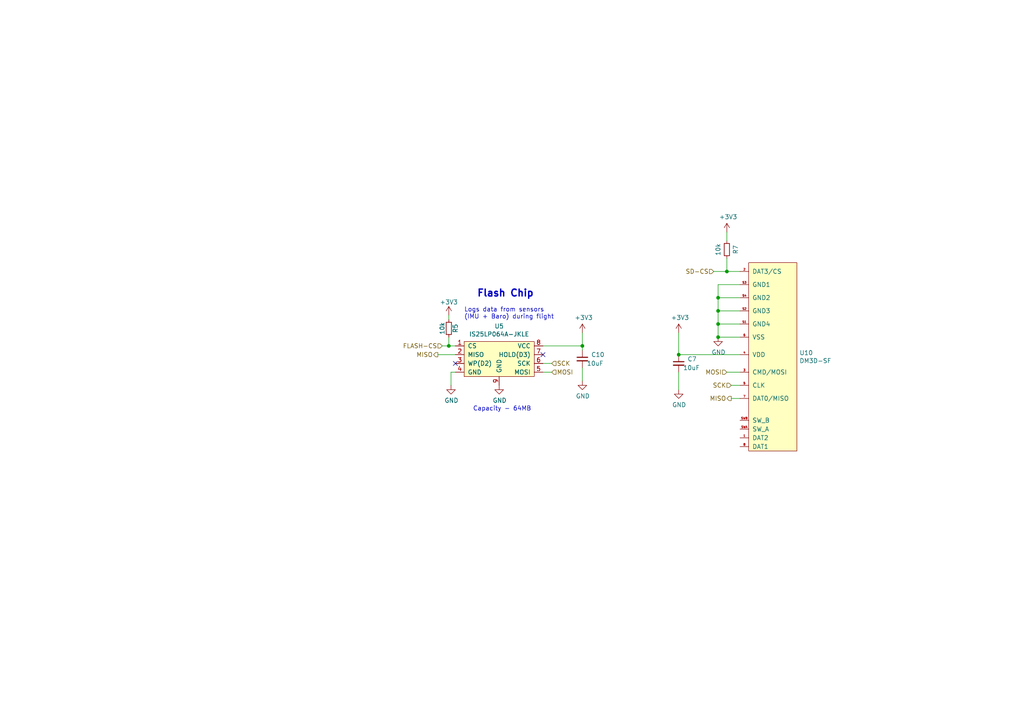
<source format=kicad_sch>
(kicad_sch (version 20230121) (generator eeschema)

  (uuid c220da05-2a98-47be-9327-0c73c5263c41)

  (paper "A4")

  (title_block
    (title "SPI Flash Chip")
    (date "2021-10-11")
    (rev "1")
    (comment 4 "Flash Chip")
  )

  (lib_symbols
    (symbol "Device:C_Small" (pin_numbers hide) (pin_names (offset 0.254) hide) (in_bom yes) (on_board yes)
      (property "Reference" "C" (at 0.254 1.778 0)
        (effects (font (size 1.27 1.27)) (justify left))
      )
      (property "Value" "C_Small" (at 0.254 -2.032 0)
        (effects (font (size 1.27 1.27)) (justify left))
      )
      (property "Footprint" "" (at 0 0 0)
        (effects (font (size 1.27 1.27)) hide)
      )
      (property "Datasheet" "~" (at 0 0 0)
        (effects (font (size 1.27 1.27)) hide)
      )
      (property "ki_keywords" "capacitor cap" (at 0 0 0)
        (effects (font (size 1.27 1.27)) hide)
      )
      (property "ki_description" "Unpolarized capacitor, small symbol" (at 0 0 0)
        (effects (font (size 1.27 1.27)) hide)
      )
      (property "ki_fp_filters" "C_*" (at 0 0 0)
        (effects (font (size 1.27 1.27)) hide)
      )
      (symbol "C_Small_0_1"
        (polyline
          (pts
            (xy -1.524 -0.508)
            (xy 1.524 -0.508)
          )
          (stroke (width 0.3302) (type default))
          (fill (type none))
        )
        (polyline
          (pts
            (xy -1.524 0.508)
            (xy 1.524 0.508)
          )
          (stroke (width 0.3048) (type default))
          (fill (type none))
        )
      )
      (symbol "C_Small_1_1"
        (pin passive line (at 0 2.54 270) (length 2.032)
          (name "~" (effects (font (size 1.27 1.27))))
          (number "1" (effects (font (size 1.27 1.27))))
        )
        (pin passive line (at 0 -2.54 90) (length 2.032)
          (name "~" (effects (font (size 1.27 1.27))))
          (number "2" (effects (font (size 1.27 1.27))))
        )
      )
    )
    (symbol "Device:R_Small" (pin_numbers hide) (pin_names (offset 0.254) hide) (in_bom yes) (on_board yes)
      (property "Reference" "R" (at 0.762 0.508 0)
        (effects (font (size 1.27 1.27)) (justify left))
      )
      (property "Value" "R_Small" (at 0.762 -1.016 0)
        (effects (font (size 1.27 1.27)) (justify left))
      )
      (property "Footprint" "" (at 0 0 0)
        (effects (font (size 1.27 1.27)) hide)
      )
      (property "Datasheet" "~" (at 0 0 0)
        (effects (font (size 1.27 1.27)) hide)
      )
      (property "ki_keywords" "R resistor" (at 0 0 0)
        (effects (font (size 1.27 1.27)) hide)
      )
      (property "ki_description" "Resistor, small symbol" (at 0 0 0)
        (effects (font (size 1.27 1.27)) hide)
      )
      (property "ki_fp_filters" "R_*" (at 0 0 0)
        (effects (font (size 1.27 1.27)) hide)
      )
      (symbol "R_Small_0_1"
        (rectangle (start -0.762 1.778) (end 0.762 -1.778)
          (stroke (width 0.2032) (type default))
          (fill (type none))
        )
      )
      (symbol "R_Small_1_1"
        (pin passive line (at 0 2.54 270) (length 0.762)
          (name "~" (effects (font (size 1.27 1.27))))
          (number "1" (effects (font (size 1.27 1.27))))
        )
        (pin passive line (at 0 -2.54 90) (length 0.762)
          (name "~" (effects (font (size 1.27 1.27))))
          (number "2" (effects (font (size 1.27 1.27))))
        )
      )
    )
    (symbol "Memory:DM3D-SF" (pin_names (offset 1.016)) (in_bom yes) (on_board yes)
      (property "Reference" "U" (at 7.62 13.97 0)
        (effects (font (size 1.27 1.27)))
      )
      (property "Value" "Memory_DM3D-SF" (at 7.62 11.43 0)
        (effects (font (size 1.27 1.27)))
      )
      (property "Footprint" "" (at 6.35 12.7 0)
        (effects (font (size 1.27 1.27)) hide)
      )
      (property "Datasheet" "" (at 6.35 12.7 0)
        (effects (font (size 1.27 1.27)) hide)
      )
      (symbol "DM3D-SF_0_1"
        (rectangle (start 0 10.16) (end 13.97 -44.45)
          (stroke (width 0) (type default))
          (fill (type background))
        )
      )
      (symbol "DM3D-SF_1_1"
        (pin output line (at -2.54 -40.64 0) (length 2.54)
          (name "DAT2" (effects (font (size 1.27 1.27))))
          (number "1" (effects (font (size 0.6096 0.6096))))
        )
        (pin input line (at -2.54 7.62 0) (length 2.54)
          (name "DAT3/CS" (effects (font (size 1.27 1.27))))
          (number "2" (effects (font (size 0.6096 0.6096))))
        )
        (pin output line (at -2.54 -21.59 0) (length 2.54)
          (name "CMD/MOSI" (effects (font (size 1.27 1.27))))
          (number "3" (effects (font (size 0.6096 0.6096))))
        )
        (pin power_in line (at -2.54 -16.51 0) (length 2.54)
          (name "VDD" (effects (font (size 1.27 1.27))))
          (number "4" (effects (font (size 0.6096 0.6096))))
        )
        (pin output line (at -2.54 -25.4 0) (length 2.54)
          (name "CLK" (effects (font (size 1.27 1.27))))
          (number "5" (effects (font (size 0.6096 0.6096))))
        )
        (pin power_in line (at -2.54 -11.43 0) (length 2.54)
          (name "VSS" (effects (font (size 1.27 1.27))))
          (number "6" (effects (font (size 0.6096 0.6096))))
        )
        (pin output line (at -2.54 -29.21 0) (length 2.54)
          (name "DAT0/MISO" (effects (font (size 1.27 1.27))))
          (number "7" (effects (font (size 0.6096 0.6096))))
        )
        (pin output line (at -2.54 -43.18 0) (length 2.54)
          (name "DAT1" (effects (font (size 1.27 1.27))))
          (number "8" (effects (font (size 0.6096 0.6096))))
        )
        (pin power_in line (at -2.54 -7.62 0) (length 2.54)
          (name "GND4" (effects (font (size 1.27 1.27))))
          (number "S1" (effects (font (size 0.6096 0.6096))))
        )
        (pin power_in line (at -2.54 -3.81 0) (length 2.54)
          (name "GND3" (effects (font (size 1.27 1.27))))
          (number "S2" (effects (font (size 0.6096 0.6096))))
        )
        (pin power_in line (at -2.54 3.81 0) (length 2.54)
          (name "GND1" (effects (font (size 1.27 1.27))))
          (number "S3" (effects (font (size 0.6096 0.6096))))
        )
        (pin power_in line (at -2.54 0 0) (length 2.54)
          (name "GND2" (effects (font (size 1.27 1.27))))
          (number "S4" (effects (font (size 0.6096 0.6096))))
        )
        (pin passive line (at -2.54 -38.1 0) (length 2.54)
          (name "SW_A" (effects (font (size 1.27 1.27))))
          (number "SWA" (effects (font (size 0.6096 0.6096))))
        )
        (pin unspecified line (at -2.54 -35.56 0) (length 2.54)
          (name "SW_B" (effects (font (size 1.27 1.27))))
          (number "SWB" (effects (font (size 0.6096 0.6096))))
        )
      )
    )
    (symbol "Memory:IS25LP064A-JKLE" (pin_names (offset 1.016)) (in_bom yes) (on_board yes)
      (property "Reference" "U" (at 0 8.89 0)
        (effects (font (size 1.27 1.27)))
      )
      (property "Value" "Memory_IS25LP064A-JKLE" (at 0 6.35 0)
        (effects (font (size 1.27 1.27)))
      )
      (property "Footprint" "" (at -6.35 0 0)
        (effects (font (size 2.6924 2.6924)) hide)
      )
      (property "Datasheet" "" (at -6.35 0 0)
        (effects (font (size 2.6924 2.6924)) hide)
      )
      (symbol "IS25LP064A-JKLE_0_1"
        (rectangle (start -10.16 5.08) (end 10.16 -5.08)
          (stroke (width 0) (type default))
          (fill (type background))
        )
      )
      (symbol "IS25LP064A-JKLE_1_1"
        (pin input line (at -12.7 3.81 0) (length 2.54)
          (name "CS" (effects (font (size 1.27 1.27))))
          (number "1" (effects (font (size 1.27 1.27))))
        )
        (pin input line (at -12.7 1.27 0) (length 2.54)
          (name "MISO" (effects (font (size 1.27 1.27))))
          (number "2" (effects (font (size 1.27 1.27))))
        )
        (pin input line (at -12.7 -1.27 0) (length 2.54)
          (name "WP(D2)" (effects (font (size 1.27 1.27))))
          (number "3" (effects (font (size 1.27 1.27))))
        )
        (pin power_in line (at -12.7 -3.81 0) (length 2.54)
          (name "GND" (effects (font (size 1.27 1.27))))
          (number "4" (effects (font (size 1.27 1.27))))
        )
        (pin input line (at 12.7 -3.81 180) (length 2.54)
          (name "MOSI" (effects (font (size 1.27 1.27))))
          (number "5" (effects (font (size 1.27 1.27))))
        )
        (pin input line (at 12.7 -1.27 180) (length 2.54)
          (name "SCK" (effects (font (size 1.27 1.27))))
          (number "6" (effects (font (size 1.27 1.27))))
        )
        (pin input line (at 12.7 1.27 180) (length 2.54)
          (name "HOLD(D3)" (effects (font (size 1.27 1.27))))
          (number "7" (effects (font (size 1.27 1.27))))
        )
        (pin power_in line (at 12.7 3.81 180) (length 2.54)
          (name "VCC" (effects (font (size 1.27 1.27))))
          (number "8" (effects (font (size 1.27 1.27))))
        )
        (pin power_in line (at 0 -7.62 90) (length 2.54)
          (name "GND" (effects (font (size 1.27 1.27))))
          (number "9" (effects (font (size 1.27 1.27))))
        )
      )
    )
    (symbol "power:+3.3V" (power) (pin_names (offset 0)) (in_bom yes) (on_board yes)
      (property "Reference" "#PWR" (at 0 -3.81 0)
        (effects (font (size 1.27 1.27)) hide)
      )
      (property "Value" "+3.3V" (at 0 3.556 0)
        (effects (font (size 1.27 1.27)))
      )
      (property "Footprint" "" (at 0 0 0)
        (effects (font (size 1.27 1.27)) hide)
      )
      (property "Datasheet" "" (at 0 0 0)
        (effects (font (size 1.27 1.27)) hide)
      )
      (property "ki_keywords" "power-flag" (at 0 0 0)
        (effects (font (size 1.27 1.27)) hide)
      )
      (property "ki_description" "Power symbol creates a global label with name \"+3.3V\"" (at 0 0 0)
        (effects (font (size 1.27 1.27)) hide)
      )
      (symbol "+3.3V_0_1"
        (polyline
          (pts
            (xy -0.762 1.27)
            (xy 0 2.54)
          )
          (stroke (width 0) (type default))
          (fill (type none))
        )
        (polyline
          (pts
            (xy 0 0)
            (xy 0 2.54)
          )
          (stroke (width 0) (type default))
          (fill (type none))
        )
        (polyline
          (pts
            (xy 0 2.54)
            (xy 0.762 1.27)
          )
          (stroke (width 0) (type default))
          (fill (type none))
        )
      )
      (symbol "+3.3V_1_1"
        (pin power_in line (at 0 0 90) (length 0) hide
          (name "+3V3" (effects (font (size 1.27 1.27))))
          (number "1" (effects (font (size 1.27 1.27))))
        )
      )
    )
    (symbol "power:GND" (power) (pin_names (offset 0)) (in_bom yes) (on_board yes)
      (property "Reference" "#PWR" (at 0 -6.35 0)
        (effects (font (size 1.27 1.27)) hide)
      )
      (property "Value" "GND" (at 0 -3.81 0)
        (effects (font (size 1.27 1.27)))
      )
      (property "Footprint" "" (at 0 0 0)
        (effects (font (size 1.27 1.27)) hide)
      )
      (property "Datasheet" "" (at 0 0 0)
        (effects (font (size 1.27 1.27)) hide)
      )
      (property "ki_keywords" "power-flag" (at 0 0 0)
        (effects (font (size 1.27 1.27)) hide)
      )
      (property "ki_description" "Power symbol creates a global label with name \"GND\" , ground" (at 0 0 0)
        (effects (font (size 1.27 1.27)) hide)
      )
      (symbol "GND_0_1"
        (polyline
          (pts
            (xy 0 0)
            (xy 0 -1.27)
            (xy 1.27 -1.27)
            (xy 0 -2.54)
            (xy -1.27 -1.27)
            (xy 0 -1.27)
          )
          (stroke (width 0) (type default))
          (fill (type none))
        )
      )
      (symbol "GND_1_1"
        (pin power_in line (at 0 0 270) (length 0) hide
          (name "GND" (effects (font (size 1.27 1.27))))
          (number "1" (effects (font (size 1.27 1.27))))
        )
      )
    )
  )

  (junction (at 208.28 86.36) (diameter 0) (color 0 0 0 0)
    (uuid 524d7aa8-362f-459a-b2ae-4ca2a0b1612b)
  )
  (junction (at 210.82 78.74) (diameter 0) (color 0 0 0 0)
    (uuid 71a9f036-1f13-462e-ac9e-81caaaa7f807)
  )
  (junction (at 208.28 97.79) (diameter 0) (color 0 0 0 0)
    (uuid 86143bb0-7899-4df8-b1df-baa3c0ac7889)
  )
  (junction (at 196.85 102.87) (diameter 0) (color 0 0 0 0)
    (uuid ac8576da-4e00-41a0-9609-eb655e96e10b)
  )
  (junction (at 208.28 93.98) (diameter 0) (color 0 0 0 0)
    (uuid cd2580a0-9e4c-4895-a13c-3b2ee33bafc4)
  )
  (junction (at 130.175 100.33) (diameter 0) (color 0 0 0 0)
    (uuid d1f2bfb1-6792-4f5a-8bed-8c66c5388510)
  )
  (junction (at 208.28 90.17) (diameter 0) (color 0 0 0 0)
    (uuid e002a979-85bc-451a-a77b-29ce2a8f19f9)
  )
  (junction (at 168.91 100.33) (diameter 0) (color 0 0 0 0)
    (uuid fcb4f52a-a6cb-4ca0-970a-4c8a2c0f3942)
  )

  (no_connect (at 157.48 102.87) (uuid 040cd12b-c3fe-43d5-bd3d-a38854f64adf))
  (no_connect (at 132.08 105.41) (uuid c38f28b6-5bd4-4cf9-b273-1e7b230f6b42))

  (wire (pts (xy 130.175 100.33) (xy 132.08 100.33))
    (stroke (width 0) (type default))
    (uuid 046c77b0-d2c1-4b78-bae2-f0c8622859cc)
  )
  (wire (pts (xy 210.82 74.93) (xy 210.82 78.74))
    (stroke (width 0) (type default))
    (uuid 0f9b475c-adb7-41fc-b827-33d4eaa86b99)
  )
  (wire (pts (xy 196.85 102.87) (xy 196.85 96.52))
    (stroke (width 0) (type default))
    (uuid 24fd922c-d488-4d61-b6dc-9d3e359ccc82)
  )
  (wire (pts (xy 214.63 93.98) (xy 208.28 93.98))
    (stroke (width 0) (type default))
    (uuid 2ad4b4ba-3abd-4313-bed9-1edce936a95e)
  )
  (wire (pts (xy 132.08 102.87) (xy 127 102.87))
    (stroke (width 0) (type default))
    (uuid 2e1d63b8-5189-41bb-8b6a-c4ada546b2d5)
  )
  (wire (pts (xy 212.09 111.76) (xy 214.63 111.76))
    (stroke (width 0) (type default))
    (uuid 3f43c2dc-daa2-45ba-b8ca-7ae5aebed882)
  )
  (wire (pts (xy 157.48 105.41) (xy 160.02 105.41))
    (stroke (width 0) (type default))
    (uuid 47484446-e64c-4a82-88af-15de92cf6ad4)
  )
  (wire (pts (xy 210.82 78.74) (xy 214.63 78.74))
    (stroke (width 0) (type default))
    (uuid 50a799a7-f8f3-4f13-9288-b10696e9a7da)
  )
  (wire (pts (xy 208.28 82.55) (xy 214.63 82.55))
    (stroke (width 0) (type default))
    (uuid 5641be26-f5e9-482f-8616-297f17f4eae2)
  )
  (wire (pts (xy 214.63 102.87) (xy 196.85 102.87))
    (stroke (width 0) (type default))
    (uuid 59ee13a4-660e-47e2-a73a-01cfe11439e9)
  )
  (wire (pts (xy 157.48 100.33) (xy 168.91 100.33))
    (stroke (width 0) (type default))
    (uuid 5cc7655c-62f2-43d2-a7a5-eaa4635dada8)
  )
  (wire (pts (xy 168.91 100.33) (xy 168.91 96.52))
    (stroke (width 0) (type default))
    (uuid 6a1ae8ee-dea6-4015-b83e-baf8fcdfaf0f)
  )
  (wire (pts (xy 196.85 113.03) (xy 196.85 107.95))
    (stroke (width 0) (type default))
    (uuid 7ce4aab5-8271-4432-a4b1-bff168293b45)
  )
  (wire (pts (xy 130.175 97.79) (xy 130.175 100.33))
    (stroke (width 0) (type default))
    (uuid 8123056d-df80-4843-ae15-f11fb22666b5)
  )
  (wire (pts (xy 208.28 90.17) (xy 208.28 93.98))
    (stroke (width 0) (type default))
    (uuid 8313e187-c805-4927-8002-313a51839243)
  )
  (wire (pts (xy 208.28 86.36) (xy 208.28 90.17))
    (stroke (width 0) (type default))
    (uuid 8fd0b33a-45bf-4216-9d7e-a62e1c071730)
  )
  (wire (pts (xy 214.63 97.79) (xy 208.28 97.79))
    (stroke (width 0) (type default))
    (uuid 90d503cf-92b2-4120-a4b0-03a2eddde893)
  )
  (wire (pts (xy 207.01 78.74) (xy 210.82 78.74))
    (stroke (width 0) (type default))
    (uuid 9600911d-0df3-419b-8d4a-8d1432a7daf2)
  )
  (wire (pts (xy 168.91 101.6) (xy 168.91 100.33))
    (stroke (width 0) (type default))
    (uuid a08c061a-7f5b-4909-b673-0d0a59a012a3)
  )
  (wire (pts (xy 130.81 107.95) (xy 130.81 111.76))
    (stroke (width 0) (type default))
    (uuid a311f3c6-42e3-4584-9725-4a62ff91b6e3)
  )
  (wire (pts (xy 208.28 86.36) (xy 214.63 86.36))
    (stroke (width 0) (type default))
    (uuid b5cea0b5-192f-476b-a3c8-0c26e2231699)
  )
  (wire (pts (xy 214.63 90.17) (xy 208.28 90.17))
    (stroke (width 0) (type default))
    (uuid bc01f3e7-a131-4f66-8abc-cc13e855d5e5)
  )
  (wire (pts (xy 132.08 107.95) (xy 130.81 107.95))
    (stroke (width 0) (type default))
    (uuid bcacf97a-a49b-480c-96ed-a857f56faeb2)
  )
  (wire (pts (xy 130.175 91.44) (xy 130.175 92.71))
    (stroke (width 0) (type default))
    (uuid cb2dbe83-73f4-483e-9e97-119bd9fbc066)
  )
  (wire (pts (xy 208.28 93.98) (xy 208.28 97.79))
    (stroke (width 0) (type default))
    (uuid d337c492-7429-4618-b378-df29f72737e3)
  )
  (wire (pts (xy 168.91 106.68) (xy 168.91 110.49))
    (stroke (width 0) (type default))
    (uuid d8f24303-7e52-49a9-9e82-8d60c3aaa009)
  )
  (wire (pts (xy 160.02 107.95) (xy 157.48 107.95))
    (stroke (width 0) (type default))
    (uuid dd5f7736-b8aa-44f2-a044-e514d63d48f3)
  )
  (wire (pts (xy 214.63 107.95) (xy 210.82 107.95))
    (stroke (width 0) (type default))
    (uuid e1fe6230-75c5-4750-aaea-24a9b80589d8)
  )
  (wire (pts (xy 128.27 100.33) (xy 130.175 100.33))
    (stroke (width 0) (type default))
    (uuid e7376da1-2f59-4570-81e8-46fca0289df0)
  )
  (wire (pts (xy 212.09 115.57) (xy 214.63 115.57))
    (stroke (width 0) (type default))
    (uuid ef3a2f4c-5879-4e98-ad30-6b8614410fba)
  )
  (wire (pts (xy 210.82 67.31) (xy 210.82 69.85))
    (stroke (width 0) (type default))
    (uuid f66bb685-9833-454c-bf31-b96598f50347)
  )
  (wire (pts (xy 208.28 82.55) (xy 208.28 86.36))
    (stroke (width 0) (type default))
    (uuid fd34aa56-ded2-4e97-965a-a39457716f0c)
  )

  (text "Logs data from sensors\n(IMU + Baro) during flight\n"
    (at 134.62 92.71 0)
    (effects (font (size 1.27 1.27)) (justify left bottom))
    (uuid 10fa1a8c-62cb-4b8f-b916-b18d737ff71b)
  )
  (text "Flash Chip" (at 154.94 86.36 0)
    (effects (font (size 2.0066 2.0066) (thickness 0.4013) bold) (justify right bottom))
    (uuid 23345f3e-d08d-4834-b1dc-64de02569916)
  )
  (text "Capacity - 64MB" (at 137.16 119.38 0)
    (effects (font (size 1.27 1.27)) (justify left bottom))
    (uuid 56f0a67a-a93a-477a-9778-70fe2cfeeb5a)
  )

  (hierarchical_label "MOSI" (shape input) (at 210.82 107.95 180) (fields_autoplaced)
    (effects (font (size 1.27 1.27)) (justify right))
    (uuid 01c59306-91a3-452b-92b5-9af8f8f257d6)
  )
  (hierarchical_label "FLASH-CS" (shape input) (at 128.27 100.33 180) (fields_autoplaced)
    (effects (font (size 1.27 1.27)) (justify right))
    (uuid 0d095387-710d-4633-a6c3-04eab60b585a)
  )
  (hierarchical_label "SD-CS" (shape input) (at 207.01 78.74 180) (fields_autoplaced)
    (effects (font (size 1.27 1.27)) (justify right))
    (uuid 7df9ce6f-7f38-4582-a049-7f92faf1abc9)
  )
  (hierarchical_label "SCK" (shape input) (at 160.02 105.41 0) (fields_autoplaced)
    (effects (font (size 1.27 1.27)) (justify left))
    (uuid a04f8542-6c38-4d5c-bdbb-c8e0311a0936)
  )
  (hierarchical_label "MISO" (shape output) (at 212.09 115.57 180) (fields_autoplaced)
    (effects (font (size 1.27 1.27)) (justify right))
    (uuid a4911204-1308-4d17-90a9-1ff5f9c57c9b)
  )
  (hierarchical_label "MISO" (shape output) (at 127 102.87 180) (fields_autoplaced)
    (effects (font (size 1.27 1.27)) (justify right))
    (uuid f240e733-157e-4a15-812f-78f42d8a8322)
  )
  (hierarchical_label "MOSI" (shape input) (at 160.02 107.95 0) (fields_autoplaced)
    (effects (font (size 1.27 1.27)) (justify left))
    (uuid f8a90052-1a8b-4ce5-a1fd-87db944dceac)
  )
  (hierarchical_label "SCK" (shape input) (at 212.09 111.76 180) (fields_autoplaced)
    (effects (font (size 1.27 1.27)) (justify right))
    (uuid fc13962a-a464-4fa2-b9a6-4c26667104ee)
  )

  (symbol (lib_id "Device:C_Small") (at 168.91 104.14 0) (unit 1)
    (in_bom yes) (on_board yes) (dnp no)
    (uuid 00000000-0000-0000-0000-00006135c580)
    (property "Reference" "C10" (at 171.45 102.87 0)
      (effects (font (size 1.27 1.27)) (justify left))
    )
    (property "Value" "10uF" (at 170.18 105.41 0)
      (effects (font (size 1.27 1.27)) (justify left))
    )
    (property "Footprint" "Capacitor_SMD:C_0805_2012Metric" (at 168.91 104.14 0)
      (effects (font (size 1.27 1.27)) hide)
    )
    (property "Datasheet" "~" (at 168.91 104.14 0)
      (effects (font (size 1.27 1.27)) hide)
    )
    (pin "1" (uuid aab61bd3-0a43-4422-a9e9-7241321c68aa))
    (pin "2" (uuid 55239abb-9d4e-4d99-832d-cf1400c6c4cb))
    (instances
      (project "Flight_Computer"
        (path "/ee41cb8e-512d-41d2-81e1-3c50fff32aeb/00000000-0000-0000-0000-00006101940e"
          (reference "C10") (unit 1)
        )
      )
    )
  )

  (symbol (lib_id "power:+3.3V") (at 168.91 96.52 0) (unit 1)
    (in_bom yes) (on_board yes) (dnp no)
    (uuid 00000000-0000-0000-0000-00006135c586)
    (property "Reference" "#PWR0106" (at 168.91 100.33 0)
      (effects (font (size 1.27 1.27)) hide)
    )
    (property "Value" "+3.3V" (at 169.291 92.1258 0)
      (effects (font (size 1.27 1.27)))
    )
    (property "Footprint" "" (at 168.91 96.52 0)
      (effects (font (size 1.27 1.27)) hide)
    )
    (property "Datasheet" "" (at 168.91 96.52 0)
      (effects (font (size 1.27 1.27)) hide)
    )
    (pin "1" (uuid 8a78963e-0e5f-496e-93f4-5ae234644cf6))
    (instances
      (project "Flight_Computer"
        (path "/ee41cb8e-512d-41d2-81e1-3c50fff32aeb/00000000-0000-0000-0000-00006101940e"
          (reference "#PWR0106") (unit 1)
        )
      )
    )
  )

  (symbol (lib_id "power:GND") (at 168.91 110.49 0) (unit 1)
    (in_bom yes) (on_board yes) (dnp no)
    (uuid 00000000-0000-0000-0000-00006135c599)
    (property "Reference" "#PWR0109" (at 168.91 116.84 0)
      (effects (font (size 1.27 1.27)) hide)
    )
    (property "Value" "GND" (at 169.037 114.8842 0)
      (effects (font (size 1.27 1.27)))
    )
    (property "Footprint" "" (at 168.91 110.49 0)
      (effects (font (size 1.27 1.27)) hide)
    )
    (property "Datasheet" "" (at 168.91 110.49 0)
      (effects (font (size 1.27 1.27)) hide)
    )
    (pin "1" (uuid d9abe738-6a47-4980-b4d3-316a7ed1f400))
    (instances
      (project "Flight_Computer"
        (path "/ee41cb8e-512d-41d2-81e1-3c50fff32aeb/00000000-0000-0000-0000-00006101940e"
          (reference "#PWR0109") (unit 1)
        )
      )
    )
  )

  (symbol (lib_id "power:GND") (at 130.81 111.76 0) (unit 1)
    (in_bom yes) (on_board yes) (dnp no)
    (uuid 00000000-0000-0000-0000-00006135c5ae)
    (property "Reference" "#PWR0110" (at 130.81 118.11 0)
      (effects (font (size 1.27 1.27)) hide)
    )
    (property "Value" "GND" (at 130.937 116.1542 0)
      (effects (font (size 1.27 1.27)))
    )
    (property "Footprint" "" (at 130.81 111.76 0)
      (effects (font (size 1.27 1.27)) hide)
    )
    (property "Datasheet" "" (at 130.81 111.76 0)
      (effects (font (size 1.27 1.27)) hide)
    )
    (pin "1" (uuid 5a759623-e332-4187-85ee-1c4de85fb2d6))
    (instances
      (project "Flight_Computer"
        (path "/ee41cb8e-512d-41d2-81e1-3c50fff32aeb/00000000-0000-0000-0000-00006101940e"
          (reference "#PWR0110") (unit 1)
        )
      )
    )
  )

  (symbol (lib_id "Memory:DM3D-SF") (at 217.17 86.36 0) (unit 1)
    (in_bom yes) (on_board yes) (dnp no)
    (uuid 00000000-0000-0000-0000-00006169dadd)
    (property "Reference" "U10" (at 231.8512 102.3366 0)
      (effects (font (size 1.27 1.27)) (justify left))
    )
    (property "Value" "DM3D-SF" (at 231.8512 104.648 0)
      (effects (font (size 1.27 1.27)) (justify left))
    )
    (property "Footprint" "FC_Parts:HRS_DM3D-SF" (at 223.52 73.66 0)
      (effects (font (size 1.27 1.27)) hide)
    )
    (property "Datasheet" "" (at 223.52 73.66 0)
      (effects (font (size 1.27 1.27)) hide)
    )
    (pin "1" (uuid db966cb1-7007-4db5-a2c8-1769aa343712))
    (pin "2" (uuid 5ef02207-9a8d-4c56-81e6-63bca2d92dbe))
    (pin "3" (uuid eea54216-c8c7-4f93-a0fa-1d0456b6d653))
    (pin "4" (uuid 807afd4c-248e-40e5-8d21-6627e8b704ec))
    (pin "5" (uuid 2383cc57-c4ba-46d8-b4fb-bcd03c7f534d))
    (pin "6" (uuid f2a71de0-5ddb-485e-b871-97cbb7e1d23c))
    (pin "7" (uuid e43c6441-d634-4759-be5b-26fe600911b3))
    (pin "8" (uuid ae25eb20-039f-4457-a98a-6b5d5fc82887))
    (pin "S1" (uuid d9301126-e251-43b4-bb24-b648ce40a933))
    (pin "S2" (uuid e8b3a258-02c1-4f90-bfd1-0f6d8b488495))
    (pin "S3" (uuid 88eaf8d9-c084-419e-b7a9-c1bcfcab3ebf))
    (pin "S4" (uuid c8d67e13-7b80-481f-8288-5e48546020b3))
    (pin "SWA" (uuid 390272b5-10e0-4d01-82ae-3e43639337e3))
    (pin "SWB" (uuid 81de5ed2-5317-4d9a-95db-8da44aaa1f33))
    (instances
      (project "Flight_Computer"
        (path "/ee41cb8e-512d-41d2-81e1-3c50fff32aeb/00000000-0000-0000-0000-00006101940e"
          (reference "U10") (unit 1)
        )
      )
    )
  )

  (symbol (lib_id "Device:C_Small") (at 196.85 105.41 0) (unit 1)
    (in_bom yes) (on_board yes) (dnp no)
    (uuid 00000000-0000-0000-0000-00006169e84e)
    (property "Reference" "C7" (at 199.39 104.14 0)
      (effects (font (size 1.27 1.27)) (justify left))
    )
    (property "Value" "10uF" (at 198.12 106.68 0)
      (effects (font (size 1.27 1.27)) (justify left))
    )
    (property "Footprint" "Capacitor_SMD:C_0805_2012Metric" (at 196.85 105.41 0)
      (effects (font (size 1.27 1.27)) hide)
    )
    (property "Datasheet" "~" (at 196.85 105.41 0)
      (effects (font (size 1.27 1.27)) hide)
    )
    (pin "1" (uuid a3fc79d6-0094-4a47-966b-3e6a77ee0d68))
    (pin "2" (uuid 4e48f2b1-7e80-47ec-824b-883a968ad9f9))
    (instances
      (project "Flight_Computer"
        (path "/ee41cb8e-512d-41d2-81e1-3c50fff32aeb/00000000-0000-0000-0000-00006101940e"
          (reference "C7") (unit 1)
        )
      )
    )
  )

  (symbol (lib_id "Device:R_Small") (at 210.82 72.39 0) (unit 1)
    (in_bom yes) (on_board yes) (dnp no)
    (uuid 00000000-0000-0000-0000-00006169ee83)
    (property "Reference" "R7" (at 213.36 72.39 90)
      (effects (font (size 1.27 1.27)))
    )
    (property "Value" "10k" (at 208.28 72.39 90)
      (effects (font (size 1.27 1.27)))
    )
    (property "Footprint" "Resistor_SMD:R_0805_2012Metric" (at 210.82 72.39 0)
      (effects (font (size 1.27 1.27)) hide)
    )
    (property "Datasheet" "~" (at 210.82 72.39 0)
      (effects (font (size 1.27 1.27)) hide)
    )
    (pin "1" (uuid 03e6e53e-2294-4c17-8562-f1d13ac7052a))
    (pin "2" (uuid 0ef05317-2d19-438f-92b4-ca19f08f08e7))
    (instances
      (project "Flight_Computer"
        (path "/ee41cb8e-512d-41d2-81e1-3c50fff32aeb/00000000-0000-0000-0000-00006101940e"
          (reference "R7") (unit 1)
        )
      )
    )
  )

  (symbol (lib_id "power:GND") (at 208.28 97.79 0) (unit 1)
    (in_bom yes) (on_board yes) (dnp no)
    (uuid 00000000-0000-0000-0000-00006169f5fd)
    (property "Reference" "#PWR0143" (at 208.28 104.14 0)
      (effects (font (size 1.27 1.27)) hide)
    )
    (property "Value" "GND" (at 208.407 102.1842 0)
      (effects (font (size 1.27 1.27)))
    )
    (property "Footprint" "" (at 208.28 97.79 0)
      (effects (font (size 1.27 1.27)) hide)
    )
    (property "Datasheet" "" (at 208.28 97.79 0)
      (effects (font (size 1.27 1.27)) hide)
    )
    (pin "1" (uuid 276e7ed4-0e9a-4408-85ec-4a6ea6137f08))
    (instances
      (project "Flight_Computer"
        (path "/ee41cb8e-512d-41d2-81e1-3c50fff32aeb/00000000-0000-0000-0000-00006101940e"
          (reference "#PWR0143") (unit 1)
        )
      )
    )
  )

  (symbol (lib_id "power:+3.3V") (at 196.85 96.52 0) (unit 1)
    (in_bom yes) (on_board yes) (dnp no)
    (uuid 00000000-0000-0000-0000-0000616a2bf9)
    (property "Reference" "#PWR0144" (at 196.85 100.33 0)
      (effects (font (size 1.27 1.27)) hide)
    )
    (property "Value" "+3.3V" (at 197.231 92.1258 0)
      (effects (font (size 1.27 1.27)))
    )
    (property "Footprint" "" (at 196.85 96.52 0)
      (effects (font (size 1.27 1.27)) hide)
    )
    (property "Datasheet" "" (at 196.85 96.52 0)
      (effects (font (size 1.27 1.27)) hide)
    )
    (pin "1" (uuid 12ae18d0-c37d-46db-9661-fb379f50ccd3))
    (instances
      (project "Flight_Computer"
        (path "/ee41cb8e-512d-41d2-81e1-3c50fff32aeb/00000000-0000-0000-0000-00006101940e"
          (reference "#PWR0144") (unit 1)
        )
      )
    )
  )

  (symbol (lib_id "power:GND") (at 196.85 113.03 0) (unit 1)
    (in_bom yes) (on_board yes) (dnp no)
    (uuid 00000000-0000-0000-0000-0000616a3445)
    (property "Reference" "#PWR0145" (at 196.85 119.38 0)
      (effects (font (size 1.27 1.27)) hide)
    )
    (property "Value" "GND" (at 196.977 117.4242 0)
      (effects (font (size 1.27 1.27)))
    )
    (property "Footprint" "" (at 196.85 113.03 0)
      (effects (font (size 1.27 1.27)) hide)
    )
    (property "Datasheet" "" (at 196.85 113.03 0)
      (effects (font (size 1.27 1.27)) hide)
    )
    (pin "1" (uuid c2bc01f4-5091-4e65-a37e-2f806332483e))
    (instances
      (project "Flight_Computer"
        (path "/ee41cb8e-512d-41d2-81e1-3c50fff32aeb/00000000-0000-0000-0000-00006101940e"
          (reference "#PWR0145") (unit 1)
        )
      )
    )
  )

  (symbol (lib_id "power:+3.3V") (at 210.82 67.31 0) (unit 1)
    (in_bom yes) (on_board yes) (dnp no)
    (uuid 00000000-0000-0000-0000-0000616a55e8)
    (property "Reference" "#PWR0146" (at 210.82 71.12 0)
      (effects (font (size 1.27 1.27)) hide)
    )
    (property "Value" "+3.3V" (at 211.201 62.9158 0)
      (effects (font (size 1.27 1.27)))
    )
    (property "Footprint" "" (at 210.82 67.31 0)
      (effects (font (size 1.27 1.27)) hide)
    )
    (property "Datasheet" "" (at 210.82 67.31 0)
      (effects (font (size 1.27 1.27)) hide)
    )
    (pin "1" (uuid 29f87db9-40d8-448f-b74f-fe5cd37f671e))
    (instances
      (project "Flight_Computer"
        (path "/ee41cb8e-512d-41d2-81e1-3c50fff32aeb/00000000-0000-0000-0000-00006101940e"
          (reference "#PWR0146") (unit 1)
        )
      )
    )
  )

  (symbol (lib_id "Memory:IS25LP064A-JKLE") (at 144.78 104.14 0) (unit 1)
    (in_bom yes) (on_board yes) (dnp no)
    (uuid 00000000-0000-0000-0000-00006172bfe0)
    (property "Reference" "U5" (at 144.78 94.615 0)
      (effects (font (size 1.27 1.27)))
    )
    (property "Value" "IS25LP064A-JKLE" (at 144.78 96.9264 0)
      (effects (font (size 1.27 1.27)))
    )
    (property "Footprint" "FC_Parts:IS25LP064A-JKLE" (at 138.43 104.14 0)
      (effects (font (size 2.6924 2.6924)) hide)
    )
    (property "Datasheet" "" (at 138.43 104.14 0)
      (effects (font (size 2.6924 2.6924)) hide)
    )
    (pin "1" (uuid 86b12b1c-77fb-406c-b452-69688f36ee7a))
    (pin "2" (uuid 6fbcdc22-1ab5-492a-ad89-e298df072cdf))
    (pin "3" (uuid 4d425e25-5f7f-4d61-9ba6-2a88988a41db))
    (pin "4" (uuid 6688beb7-5e4e-4dfc-ab8d-dd066a5f1220))
    (pin "5" (uuid 1d8c1e4e-51ab-43f7-b7ac-8055b3fb6c97))
    (pin "6" (uuid 47ad866d-2717-4a8a-9f10-bb5311d60938))
    (pin "7" (uuid fd71d4e3-d89c-4ce4-b217-47d479eb2e3d))
    (pin "8" (uuid 7146d578-75c6-4bed-b1eb-46a48dfd5b1d))
    (pin "9" (uuid 19e6ca7b-efb8-4cf1-9fe8-496478c349fb))
    (instances
      (project "Flight_Computer"
        (path "/ee41cb8e-512d-41d2-81e1-3c50fff32aeb/00000000-0000-0000-0000-00006101940e"
          (reference "U5") (unit 1)
        )
      )
    )
  )

  (symbol (lib_id "power:GND") (at 144.78 111.76 0) (unit 1)
    (in_bom yes) (on_board yes) (dnp no)
    (uuid 00000000-0000-0000-0000-00006172f9c8)
    (property "Reference" "#PWR0114" (at 144.78 118.11 0)
      (effects (font (size 1.27 1.27)) hide)
    )
    (property "Value" "GND" (at 144.907 116.1542 0)
      (effects (font (size 1.27 1.27)))
    )
    (property "Footprint" "" (at 144.78 111.76 0)
      (effects (font (size 1.27 1.27)) hide)
    )
    (property "Datasheet" "" (at 144.78 111.76 0)
      (effects (font (size 1.27 1.27)) hide)
    )
    (pin "1" (uuid 4c4752ba-cc55-4b4f-b8b9-8b560e360b95))
    (instances
      (project "Flight_Computer"
        (path "/ee41cb8e-512d-41d2-81e1-3c50fff32aeb/00000000-0000-0000-0000-00006101940e"
          (reference "#PWR0114") (unit 1)
        )
      )
    )
  )

  (symbol (lib_id "power:+3.3V") (at 130.175 91.44 0) (mirror y) (unit 1)
    (in_bom yes) (on_board yes) (dnp no)
    (uuid b25eff10-651a-4a33-95f8-931f3a41852d)
    (property "Reference" "#PWR07" (at 130.175 95.25 0)
      (effects (font (size 1.27 1.27)) hide)
    )
    (property "Value" "+3.3V" (at 130.175 87.63 0)
      (effects (font (size 1.27 1.27)))
    )
    (property "Footprint" "" (at 130.175 91.44 0)
      (effects (font (size 1.27 1.27)) hide)
    )
    (property "Datasheet" "" (at 130.175 91.44 0)
      (effects (font (size 1.27 1.27)) hide)
    )
    (pin "1" (uuid bd6c53a9-a35d-4e78-b905-61186d820d36))
    (instances
      (project "Flight_Computer"
        (path "/ee41cb8e-512d-41d2-81e1-3c50fff32aeb/00000000-0000-0000-0000-00006101940e"
          (reference "#PWR07") (unit 1)
        )
      )
    )
  )

  (symbol (lib_id "Device:R_Small") (at 130.175 95.25 0) (unit 1)
    (in_bom yes) (on_board yes) (dnp no)
    (uuid e27f21b9-3d7e-491d-8ad9-5f0452e879c8)
    (property "Reference" "R5" (at 132.08 95.25 90)
      (effects (font (size 1.27 1.27)))
    )
    (property "Value" "10k" (at 128.27 95.25 90)
      (effects (font (size 1.27 1.27)))
    )
    (property "Footprint" "Resistor_SMD:R_0805_2012Metric" (at 130.175 95.25 0)
      (effects (font (size 1.27 1.27)) hide)
    )
    (property "Datasheet" "~" (at 130.175 95.25 0)
      (effects (font (size 1.27 1.27)) hide)
    )
    (pin "1" (uuid fd11e5fa-03b6-4e6d-a31c-2dc58966d986))
    (pin "2" (uuid b0209b39-393c-41f9-b903-46680270b078))
    (instances
      (project "Flight_Computer"
        (path "/ee41cb8e-512d-41d2-81e1-3c50fff32aeb/00000000-0000-0000-0000-00006101940e"
          (reference "R5") (unit 1)
        )
      )
    )
  )
)

</source>
